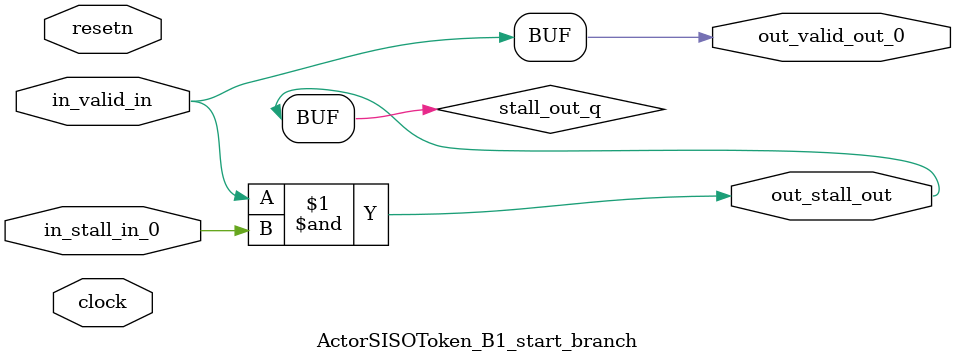
<source format=sv>



(* altera_attribute = "-name AUTO_SHIFT_REGISTER_RECOGNITION OFF; -name MESSAGE_DISABLE 10036; -name MESSAGE_DISABLE 10037; -name MESSAGE_DISABLE 14130; -name MESSAGE_DISABLE 14320; -name MESSAGE_DISABLE 15400; -name MESSAGE_DISABLE 14130; -name MESSAGE_DISABLE 10036; -name MESSAGE_DISABLE 12020; -name MESSAGE_DISABLE 12030; -name MESSAGE_DISABLE 12010; -name MESSAGE_DISABLE 12110; -name MESSAGE_DISABLE 14320; -name MESSAGE_DISABLE 13410; -name MESSAGE_DISABLE 113007; -name MESSAGE_DISABLE 10958" *)
module ActorSISOToken_B1_start_branch (
    input wire [0:0] in_stall_in_0,
    input wire [0:0] in_valid_in,
    output wire [0:0] out_stall_out,
    output wire [0:0] out_valid_out_0,
    input wire clock,
    input wire resetn
    );

    wire [0:0] stall_out_q;


    // stall_out(LOGICAL,6)
    assign stall_out_q = in_valid_in & in_stall_in_0;

    // out_stall_out(GPOUT,4)
    assign out_stall_out = stall_out_q;

    // out_valid_out_0(GPOUT,5)
    assign out_valid_out_0 = in_valid_in;

endmodule

</source>
